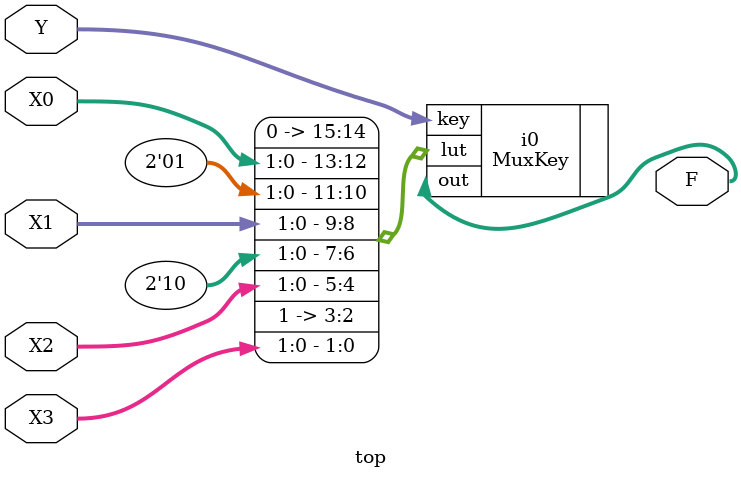
<source format=v>
module top(
  input [1:0] X0, X1, X2, X3,
  input [1:0] Y,
  output [1:0] F
);
  MuxKey #(
    .NR_KEY(4),
    .KEY_LEN(2),
    .DATA_LEN(2)
  ) i0 (
    .out(F),
    .key(Y),
    .lut({
      2'b00, X0,
      2'b01, X1,
      2'b10, X2,
      2'b11, X3
    })
  );
endmodule

</source>
